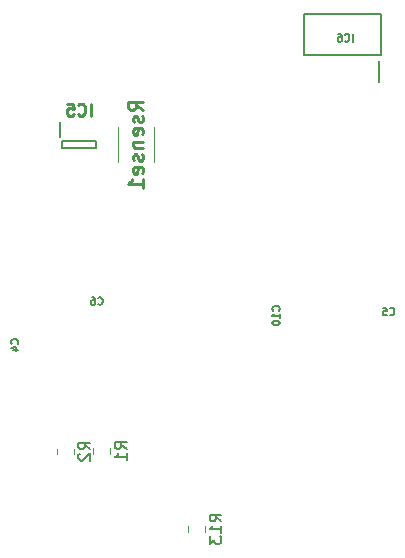
<source format=gbr>
%TF.GenerationSoftware,KiCad,Pcbnew,(5.1.9)-1*%
%TF.CreationDate,2021-10-18T22:43:19-04:00*%
%TF.ProjectId,ECE477_motorcontroller,45434534-3737-45f6-9d6f-746f72636f6e,rev?*%
%TF.SameCoordinates,Original*%
%TF.FileFunction,Legend,Bot*%
%TF.FilePolarity,Positive*%
%FSLAX46Y46*%
G04 Gerber Fmt 4.6, Leading zero omitted, Abs format (unit mm)*
G04 Created by KiCad (PCBNEW (5.1.9)-1) date 2021-10-18 22:43:19*
%MOMM*%
%LPD*%
G01*
G04 APERTURE LIST*
%ADD10C,0.120000*%
%ADD11C,0.200000*%
%ADD12C,0.100000*%
%ADD13C,0.150000*%
%ADD14C,0.158750*%
%ADD15C,0.254000*%
%ADD16C,0.250000*%
G04 APERTURE END LIST*
D10*
%TO.C,R13*%
X143085000Y-86877064D02*
X143085000Y-86422936D01*
X141615000Y-86877064D02*
X141615000Y-86422936D01*
%TO.C,R2*%
X130515000Y-80302064D02*
X130515000Y-79847936D01*
X131985000Y-80302064D02*
X131985000Y-79847936D01*
%TO.C,R1*%
X133590000Y-80277064D02*
X133590000Y-79822936D01*
X135060000Y-80277064D02*
X135060000Y-79822936D01*
D11*
%TO.C,IC6*%
X157950000Y-46550000D02*
X157950000Y-43050000D01*
X157950000Y-43050000D02*
X151450000Y-43050000D01*
X151450000Y-43050000D02*
X151450000Y-46550000D01*
X151450000Y-46550000D02*
X157950000Y-46550000D01*
X157825000Y-48825000D02*
X157825000Y-47075000D01*
D12*
%TO.C,Rsense1*%
X138775000Y-52600000D02*
X138750000Y-55600000D01*
X135725000Y-52600000D02*
X135725000Y-55600000D01*
D11*
%TO.C,IC5*%
X130950000Y-53825000D02*
X130950000Y-54375000D01*
X130950000Y-54375000D02*
X133850000Y-54375000D01*
X133850000Y-54375000D02*
X133850000Y-53825000D01*
X133850000Y-53825000D02*
X130950000Y-53825000D01*
X130800000Y-52225000D02*
X130800000Y-53475000D01*
%TO.C,R13*%
D13*
X144452380Y-86007142D02*
X143976190Y-85673809D01*
X144452380Y-85435714D02*
X143452380Y-85435714D01*
X143452380Y-85816666D01*
X143500000Y-85911904D01*
X143547619Y-85959523D01*
X143642857Y-86007142D01*
X143785714Y-86007142D01*
X143880952Y-85959523D01*
X143928571Y-85911904D01*
X143976190Y-85816666D01*
X143976190Y-85435714D01*
X144452380Y-86959523D02*
X144452380Y-86388095D01*
X144452380Y-86673809D02*
X143452380Y-86673809D01*
X143595238Y-86578571D01*
X143690476Y-86483333D01*
X143738095Y-86388095D01*
X143452380Y-87292857D02*
X143452380Y-87911904D01*
X143833333Y-87578571D01*
X143833333Y-87721428D01*
X143880952Y-87816666D01*
X143928571Y-87864285D01*
X144023809Y-87911904D01*
X144261904Y-87911904D01*
X144357142Y-87864285D01*
X144404761Y-87816666D01*
X144452380Y-87721428D01*
X144452380Y-87435714D01*
X144404761Y-87340476D01*
X144357142Y-87292857D01*
%TO.C,R2*%
X133352380Y-79908333D02*
X132876190Y-79575000D01*
X133352380Y-79336904D02*
X132352380Y-79336904D01*
X132352380Y-79717857D01*
X132400000Y-79813095D01*
X132447619Y-79860714D01*
X132542857Y-79908333D01*
X132685714Y-79908333D01*
X132780952Y-79860714D01*
X132828571Y-79813095D01*
X132876190Y-79717857D01*
X132876190Y-79336904D01*
X132447619Y-80289285D02*
X132400000Y-80336904D01*
X132352380Y-80432142D01*
X132352380Y-80670238D01*
X132400000Y-80765476D01*
X132447619Y-80813095D01*
X132542857Y-80860714D01*
X132638095Y-80860714D01*
X132780952Y-80813095D01*
X133352380Y-80241666D01*
X133352380Y-80860714D01*
%TO.C,R1*%
X136427380Y-79883333D02*
X135951190Y-79550000D01*
X136427380Y-79311904D02*
X135427380Y-79311904D01*
X135427380Y-79692857D01*
X135475000Y-79788095D01*
X135522619Y-79835714D01*
X135617857Y-79883333D01*
X135760714Y-79883333D01*
X135855952Y-79835714D01*
X135903571Y-79788095D01*
X135951190Y-79692857D01*
X135951190Y-79311904D01*
X136427380Y-80835714D02*
X136427380Y-80264285D01*
X136427380Y-80550000D02*
X135427380Y-80550000D01*
X135570238Y-80454761D01*
X135665476Y-80359523D01*
X135713095Y-80264285D01*
%TO.C,IC6*%
D14*
X155569880Y-45387261D02*
X155569880Y-44752261D01*
X154904642Y-45326785D02*
X154934880Y-45357023D01*
X155025595Y-45387261D01*
X155086071Y-45387261D01*
X155176785Y-45357023D01*
X155237261Y-45296547D01*
X155267500Y-45236071D01*
X155297738Y-45115119D01*
X155297738Y-45024404D01*
X155267500Y-44903452D01*
X155237261Y-44842976D01*
X155176785Y-44782500D01*
X155086071Y-44752261D01*
X155025595Y-44752261D01*
X154934880Y-44782500D01*
X154904642Y-44812738D01*
X154360357Y-44752261D02*
X154481309Y-44752261D01*
X154541785Y-44782500D01*
X154572023Y-44812738D01*
X154632500Y-44903452D01*
X154662738Y-45024404D01*
X154662738Y-45266309D01*
X154632500Y-45326785D01*
X154602261Y-45357023D01*
X154541785Y-45387261D01*
X154420833Y-45387261D01*
X154360357Y-45357023D01*
X154330119Y-45326785D01*
X154299880Y-45266309D01*
X154299880Y-45115119D01*
X154330119Y-45054642D01*
X154360357Y-45024404D01*
X154420833Y-44994166D01*
X154541785Y-44994166D01*
X154602261Y-45024404D01*
X154632500Y-45054642D01*
X154662738Y-45115119D01*
%TO.C,Rsense1*%
D15*
X137824523Y-51197142D02*
X137219761Y-50773809D01*
X137824523Y-50471428D02*
X136554523Y-50471428D01*
X136554523Y-50955238D01*
X136615000Y-51076190D01*
X136675476Y-51136666D01*
X136796428Y-51197142D01*
X136977857Y-51197142D01*
X137098809Y-51136666D01*
X137159285Y-51076190D01*
X137219761Y-50955238D01*
X137219761Y-50471428D01*
X137764047Y-51680952D02*
X137824523Y-51801904D01*
X137824523Y-52043809D01*
X137764047Y-52164761D01*
X137643095Y-52225238D01*
X137582619Y-52225238D01*
X137461666Y-52164761D01*
X137401190Y-52043809D01*
X137401190Y-51862380D01*
X137340714Y-51741428D01*
X137219761Y-51680952D01*
X137159285Y-51680952D01*
X137038333Y-51741428D01*
X136977857Y-51862380D01*
X136977857Y-52043809D01*
X137038333Y-52164761D01*
X137764047Y-53253333D02*
X137824523Y-53132380D01*
X137824523Y-52890476D01*
X137764047Y-52769523D01*
X137643095Y-52709047D01*
X137159285Y-52709047D01*
X137038333Y-52769523D01*
X136977857Y-52890476D01*
X136977857Y-53132380D01*
X137038333Y-53253333D01*
X137159285Y-53313809D01*
X137280238Y-53313809D01*
X137401190Y-52709047D01*
X136977857Y-53858095D02*
X137824523Y-53858095D01*
X137098809Y-53858095D02*
X137038333Y-53918571D01*
X136977857Y-54039523D01*
X136977857Y-54220952D01*
X137038333Y-54341904D01*
X137159285Y-54402380D01*
X137824523Y-54402380D01*
X137764047Y-54946666D02*
X137824523Y-55067619D01*
X137824523Y-55309523D01*
X137764047Y-55430476D01*
X137643095Y-55490952D01*
X137582619Y-55490952D01*
X137461666Y-55430476D01*
X137401190Y-55309523D01*
X137401190Y-55128095D01*
X137340714Y-55007142D01*
X137219761Y-54946666D01*
X137159285Y-54946666D01*
X137038333Y-55007142D01*
X136977857Y-55128095D01*
X136977857Y-55309523D01*
X137038333Y-55430476D01*
X137764047Y-56519047D02*
X137824523Y-56398095D01*
X137824523Y-56156190D01*
X137764047Y-56035238D01*
X137643095Y-55974761D01*
X137159285Y-55974761D01*
X137038333Y-56035238D01*
X136977857Y-56156190D01*
X136977857Y-56398095D01*
X137038333Y-56519047D01*
X137159285Y-56579523D01*
X137280238Y-56579523D01*
X137401190Y-55974761D01*
X137824523Y-57789047D02*
X137824523Y-57063333D01*
X137824523Y-57426190D02*
X136554523Y-57426190D01*
X136735952Y-57305238D01*
X136856904Y-57184285D01*
X136917380Y-57063333D01*
%TO.C,IC5*%
D16*
X133376190Y-51652380D02*
X133376190Y-50652380D01*
X132328571Y-51557142D02*
X132376190Y-51604761D01*
X132519047Y-51652380D01*
X132614285Y-51652380D01*
X132757142Y-51604761D01*
X132852380Y-51509523D01*
X132900000Y-51414285D01*
X132947619Y-51223809D01*
X132947619Y-51080952D01*
X132900000Y-50890476D01*
X132852380Y-50795238D01*
X132757142Y-50700000D01*
X132614285Y-50652380D01*
X132519047Y-50652380D01*
X132376190Y-50700000D01*
X132328571Y-50747619D01*
X131423809Y-50652380D02*
X131900000Y-50652380D01*
X131947619Y-51128571D01*
X131900000Y-51080952D01*
X131804761Y-51033333D01*
X131566666Y-51033333D01*
X131471428Y-51080952D01*
X131423809Y-51128571D01*
X131376190Y-51223809D01*
X131376190Y-51461904D01*
X131423809Y-51557142D01*
X131471428Y-51604761D01*
X131566666Y-51652380D01*
X131804761Y-51652380D01*
X131900000Y-51604761D01*
X131947619Y-51557142D01*
%TO.C,C5*%
D14*
X158705833Y-68501785D02*
X158736071Y-68532023D01*
X158826785Y-68562261D01*
X158887261Y-68562261D01*
X158977976Y-68532023D01*
X159038452Y-68471547D01*
X159068690Y-68411071D01*
X159098928Y-68290119D01*
X159098928Y-68199404D01*
X159068690Y-68078452D01*
X159038452Y-68017976D01*
X158977976Y-67957500D01*
X158887261Y-67927261D01*
X158826785Y-67927261D01*
X158736071Y-67957500D01*
X158705833Y-67987738D01*
X158131309Y-67927261D02*
X158433690Y-67927261D01*
X158463928Y-68229642D01*
X158433690Y-68199404D01*
X158373214Y-68169166D01*
X158222023Y-68169166D01*
X158161547Y-68199404D01*
X158131309Y-68229642D01*
X158101071Y-68290119D01*
X158101071Y-68441309D01*
X158131309Y-68501785D01*
X158161547Y-68532023D01*
X158222023Y-68562261D01*
X158373214Y-68562261D01*
X158433690Y-68532023D01*
X158463928Y-68501785D01*
%TO.C,C10*%
X149340785Y-68171785D02*
X149371023Y-68141547D01*
X149401261Y-68050833D01*
X149401261Y-67990357D01*
X149371023Y-67899642D01*
X149310547Y-67839166D01*
X149250071Y-67808928D01*
X149129119Y-67778690D01*
X149038404Y-67778690D01*
X148917452Y-67808928D01*
X148856976Y-67839166D01*
X148796500Y-67899642D01*
X148766261Y-67990357D01*
X148766261Y-68050833D01*
X148796500Y-68141547D01*
X148826738Y-68171785D01*
X149401261Y-68776547D02*
X149401261Y-68413690D01*
X149401261Y-68595119D02*
X148766261Y-68595119D01*
X148856976Y-68534642D01*
X148917452Y-68474166D01*
X148947690Y-68413690D01*
X148766261Y-69169642D02*
X148766261Y-69230119D01*
X148796500Y-69290595D01*
X148826738Y-69320833D01*
X148887214Y-69351071D01*
X149008166Y-69381309D01*
X149159357Y-69381309D01*
X149280309Y-69351071D01*
X149340785Y-69320833D01*
X149371023Y-69290595D01*
X149401261Y-69230119D01*
X149401261Y-69169642D01*
X149371023Y-69109166D01*
X149340785Y-69078928D01*
X149280309Y-69048690D01*
X149159357Y-69018452D01*
X149008166Y-69018452D01*
X148887214Y-69048690D01*
X148826738Y-69078928D01*
X148796500Y-69109166D01*
X148766261Y-69169642D01*
%TO.C,C6*%
X134017833Y-67612785D02*
X134048071Y-67643023D01*
X134138785Y-67673261D01*
X134199261Y-67673261D01*
X134289976Y-67643023D01*
X134350452Y-67582547D01*
X134380690Y-67522071D01*
X134410928Y-67401119D01*
X134410928Y-67310404D01*
X134380690Y-67189452D01*
X134350452Y-67128976D01*
X134289976Y-67068500D01*
X134199261Y-67038261D01*
X134138785Y-67038261D01*
X134048071Y-67068500D01*
X134017833Y-67098738D01*
X133473547Y-67038261D02*
X133594500Y-67038261D01*
X133654976Y-67068500D01*
X133685214Y-67098738D01*
X133745690Y-67189452D01*
X133775928Y-67310404D01*
X133775928Y-67552309D01*
X133745690Y-67612785D01*
X133715452Y-67643023D01*
X133654976Y-67673261D01*
X133534023Y-67673261D01*
X133473547Y-67643023D01*
X133443309Y-67612785D01*
X133413071Y-67552309D01*
X133413071Y-67401119D01*
X133443309Y-67340642D01*
X133473547Y-67310404D01*
X133534023Y-67280166D01*
X133654976Y-67280166D01*
X133715452Y-67310404D01*
X133745690Y-67340642D01*
X133775928Y-67401119D01*
%TO.C,C4*%
X127214785Y-70972166D02*
X127245023Y-70941928D01*
X127275261Y-70851214D01*
X127275261Y-70790738D01*
X127245023Y-70700023D01*
X127184547Y-70639547D01*
X127124071Y-70609309D01*
X127003119Y-70579071D01*
X126912404Y-70579071D01*
X126791452Y-70609309D01*
X126730976Y-70639547D01*
X126670500Y-70700023D01*
X126640261Y-70790738D01*
X126640261Y-70851214D01*
X126670500Y-70941928D01*
X126700738Y-70972166D01*
X126851928Y-71516452D02*
X127275261Y-71516452D01*
X126610023Y-71365261D02*
X127063595Y-71214071D01*
X127063595Y-71607166D01*
%TD*%
M02*

</source>
